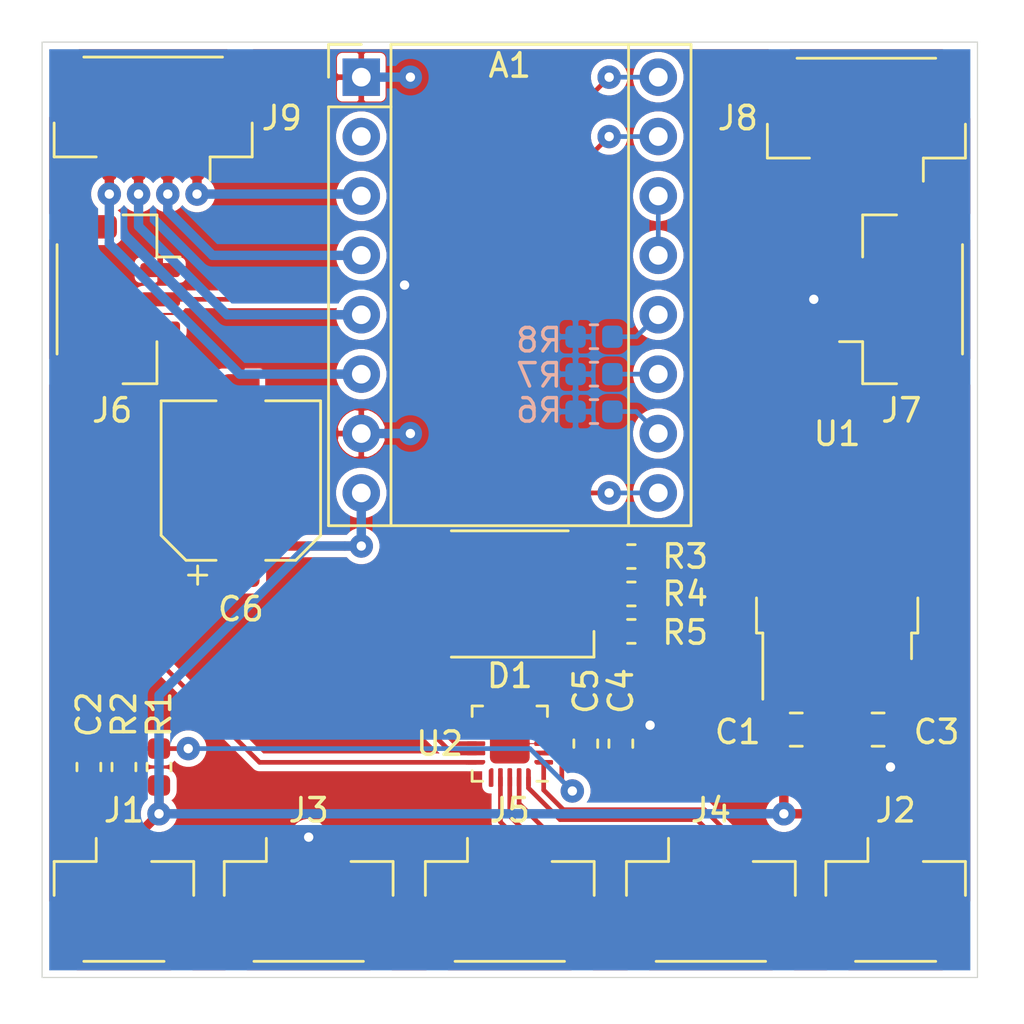
<source format=kicad_pcb>
(kicad_pcb (version 20240108) (generator "pcbnew") (generator_version "8.0")
  (layers (0 "F.Cu" signal) (31 "B.Cu" signal) (34 "B.Paste" user) (35 "F.Paste" user) (36 "B.SilkS" user "B.Silkscreen") (37 "F.SilkS" user "F.Silkscreen") (38 "B.Mask" user) (39 "F.Mask" user) (44 "Edge.Cuts" user))
  (net 0 "")
  (net 1 "/dir")
  (net 2 "+12V")
  (net 3 "/step")
  (net 4 "GND")
  (net 5 "Net-(A1-Pad13)")
  (net 6 "Net-(A1-Pad6)")
  (net 7 "Net-(A1-Pad5)")
  (net 8 "Net-(A1-Pad12)")
  (net 9 "Net-(A1-Pad4)")
  (net 10 "Net-(A1-Pad11)")
  (net 11 "Net-(A1-Pad3)")
  (net 12 "Net-(A1-Pad10)")
  (net 13 "Net-(A1-Pad2)")
  (net 14 "/enable")
  (net 15 "/volt_mon")
  (net 16 "+5V")
  (net 17 "/LED_R")
  (net 18 "/LED_G")
  (net 19 "/LED_B")
  (net 20 "Net-(D1-Pad3)")
  (net 21 "Net-(D1-Pad2)")
  (net 22 "Net-(D1-Pad1)")
  (net 23 "/UPDI")
  (net 24 "/RX")
  (net 25 "/TX")
  (net 26 "/SW")
  (net 27 "/LED")
  (net 28 "/left_hall")
  (net 29 "/right_hall")
  (net 30 "/enc_a")
  (net 31 "/enc_b")
  (net 32 "Net-(U2-Pad16)")
  (net 33 "Net-(U2-Pad11)")
  (footprint "Connector_JST:JST_GH_SM04B-GHS-TB_1x04-1MP_P1.25mm_Horizontal" (layer "F.Cu") (at 165.25 83.25 180)
    (property "Reference" "J8" (at 5.5 0 0) (layer "F.SilkS"))
    (property "Value" "encoder")
    (fp_line (start 4.235 -0.26) (end 4.235 -1.71) (stroke (width 0.12)) (layer "F.SilkS"))
    (fp_line (start 4.235 -1.71) (end 2.435 -1.71) (stroke (width 0.12)) (layer "F.SilkS"))
    (fp_line (start -2.435 -1.71) (end -2.435 -2.7) (stroke (width 0.12)) (layer "F.SilkS"))
    (fp_line (start -2.965 2.56) (end 2.965 2.56) (stroke (width 0.12)) (layer "F.SilkS"))
    (fp_line (start -4.235 -0.26) (end -4.235 -1.71) (stroke (width 0.12)) (layer "F.SilkS"))
    (fp_line (start -4.235 -1.71) (end -2.435 -1.71) (stroke (width 0.12)) (layer "F.SilkS"))
    (pad "1" smd roundrect (at -1.875 -1.85 180) (size 0.6 1.7) (layers "F.Cu" "F.Paste" "F.Mask") (net 4 "GND"))
    (pad "2" smd roundrect (at -0.625 -1.85 180) (size 0.6 1.7) (layers "F.Cu" "F.Paste" "F.Mask") (net 16 "+5V"))
    (pad "3" smd roundrect (at 0.625 -1.85 180) (size 0.6 1.7) (layers "F.Cu" "F.Paste" "F.Mask") (net 31 "/enc_b"))
    (pad "4" smd roundrect (at 1.875 -1.85 180) (size 0.6 1.7) (layers "F.Cu" "F.Paste" "F.Mask") (net 30 "/enc_a"))
    (pad "MP" smd roundrect (at -3.725 1.35 180) (size 1 2.7) (layers "F.Cu" "F.Paste" "F.Mask"))
    (pad "MP" smd roundrect (at 3.725 1.35 180) (size 1 2.7) (layers "F.Cu" "F.Paste" "F.Mask"))
  )
  (footprint "Package_DFN_QFN:VQFN-20-1EP_3x3mm_P0.4mm_EP1.7x1.7mm" (layer "F.Cu") (at 150 110 180)
    (property "Reference" "U2" (at 3 0 0) (layer "F.SilkS"))
    (property "Value" "ATtiny1616-M")
    (fp_line (start 1.61 1.61) (end 1.61 1.16) (stroke (width 0.12)) (layer "F.SilkS"))
    (fp_line (start 1.61 -1.61) (end 1.61 -1.16) (stroke (width 0.12)) (layer "F.SilkS"))
    (fp_line (start 1.16 1.61) (end 1.61 1.61) (stroke (width 0.12)) (layer "F.SilkS"))
    (fp_line (start 1.16 -1.61) (end 1.61 -1.61) (stroke (width 0.12)) (layer "F.SilkS"))
    (fp_line (start -1.16 1.61) (end -1.61 1.61) (stroke (width 0.12)) (layer "F.SilkS"))
    (fp_line (start -1.16 -1.61) (end -1.61 -1.61) (stroke (width 0.12)) (layer "F.SilkS"))
    (fp_line (start -1.61 1.61) (end -1.61 1.16) (stroke (width 0.12)) (layer "F.SilkS"))
    (pad "1" smd custom (at -1.45 -0.8 180) (size 0.143431 0.143431) (layers "F.Cu" "F.Paste" "F.Mask") (net 24 "/RX") (options (clearance outline) (anchor circle)) (primitives (gr_poly (pts (xy 0.35 0.000711) (xy 0.35 0.05) (xy -0.35 0.05) (xy -0.35 -0.05) (xy 0.299289 -0.05)) (width 0.1) (fill yes))))
    (pad "2" smd roundrect (at -1.45 -0.4 180) (size 0.8 0.2) (layers "F.Cu" "F.Paste" "F.Mask") (net 15 "/volt_mon"))
    (pad "3" smd roundrect (at -1.45 0 180) (size 0.8 0.2) (layers "F.Cu" "F.Paste" "F.Mask") (net 4 "GND"))
    (pad "4" smd roundrect (at -1.45 0.4 180) (size 0.8 0.2) (layers "F.Cu" "F.Paste" "F.Mask") (net 16 "+5V"))
    (pad "5" smd custom (at -1.45 0.8 180) (size 0.143431 0.143431) (layers "F.Cu" "F.Paste" "F.Mask") (net 29 "/right_hall") (options (clearance outline) (anchor circle)) (primitives (gr_poly (pts (xy 0.35 -0.000711) (xy 0.299289 0.05) (xy -0.35 0.05) (xy -0.35 -0.05) (xy 0.35 -0.05)) (width 0.1) (fill yes))))
    (pad "6" smd custom (at -0.8 1.45 180) (size 0.143431 0.143431) (layers "F.Cu" "F.Paste" "F.Mask") (net 31 "/enc_b") (options (clearance outline) (anchor circle)) (primitives (gr_poly (pts (xy 0.05 0.35) (xy -0.05 0.35) (xy -0.05 -0.299289) (xy 0.000711 -0.35) (xy 0.05 -0.35)) (width 0.1) (fill yes))))
    (pad "7" smd roundrect (at -0.4 1.45 180) (size 0.2 0.8) (layers "F.Cu" "F.Paste" "F.Mask") (net 30 "/enc_a"))
    (pad "8" smd roundrect (at 0 1.45 180) (size 0.2 0.8) (layers "F.Cu" "F.Paste" "F.Mask") (net 14 "/enable"))
    (pad "9" smd roundrect (at 0.4 1.45 180) (size 0.2 0.8) (layers "F.Cu" "F.Paste" "F.Mask") (net 3 "/step"))
    (pad "10" smd custom (at 0.8 1.45 180) (size 0.143431 0.143431) (layers "F.Cu" "F.Paste" "F.Mask") (net 1 "/dir") (options (clearance outline) (anchor circle)) (primitives (gr_poly (pts (xy 0.05 -0.299289) (xy 0.05 0.35) (xy -0.05 0.35) (xy -0.05 -0.35) (xy -0.000711 -0.35)) (width 0.1) (fill yes))))
    (pad "11" smd custom (at 1.45 0.8 180) (size 0.143431 0.143431) (layers "F.Cu" "F.Paste" "F.Mask") (net 33 "Net-(U2-Pad11)") (options (clearance outline) (anchor circle)) (primitives (gr_poly (pts (xy 0.35 0.05) (xy -0.299289 0.05) (xy -0.35 -0.000711) (xy -0.35 -0.05) (xy 0.35 -0.05)) (width 0.1) (fill yes))))
    (pad "12" smd roundrect (at 1.45 0.4 180) (size 0.8 0.2) (layers "F.Cu" "F.Paste" "F.Mask") (net 17 "/LED_R"))
    (pad "13" smd roundrect (at 1.45 0 180) (size 0.8 0.2) (layers "F.Cu" "F.Paste" "F.Mask") (net 18 "/LED_G"))
    (pad "14" smd roundrect (at 1.45 -0.4 180) (size 0.8 0.2) (layers "F.Cu" "F.Paste" "F.Mask") (net 19 "/LED_B"))
    (pad "15" smd custom (at 1.45 -0.8 180) (size 0.143431 0.143431) (layers "F.Cu" "F.Paste" "F.Mask") (net 28 "/left_hall") (options (clearance outline) (anchor circle)) (primitives (gr_poly (pts (xy 0.35 0.05) (xy -0.35 0.05) (xy -0.35 0.000711) (xy -0.299289 -0.05) (xy 0.35 -0.05)) (width 0.1) (fill yes))))
    (pad "16" smd custom (at 0.8 -1.45 180) (size 0.143431 0.143431) (layers "F.Cu" "F.Paste" "F.Mask") (net 32 "Net-(U2-Pad16)") (options (clearance outline) (anchor circle)) (primitives (gr_poly (pts (xy 0.05 0.299289) (xy -0.000711 0.35) (xy -0.05 0.35) (xy -0.05 -0.35) (xy 0.05 -0.35)) (width 0.1) (fill yes))))
    (pad "17" smd roundrect (at 0.4 -1.45 180) (size 0.2 0.8) (layers "F.Cu" "F.Paste" "F.Mask") (net 27 "/LED"))
    (pad "18" smd roundrect (at 0 -1.45 180) (size 0.2 0.8) (layers "F.Cu" "F.Paste" "F.Mask") (net 26 "/SW"))
    (pad "19" smd roundrect (at -0.4 -1.45 180) (size 0.2 0.8) (layers "F.Cu" "F.Paste" "F.Mask") (net 23 "/UPDI"))
    (pad "20" smd custom (at -0.8 -1.45 180) (size 0.143431 0.143431) (layers "F.Cu" "F.Paste" "F.Mask") (net 25 "/TX") (options (clearance outline) (anchor circle)) (primitives (gr_poly (pts (xy 0.05 0.35) (xy 0.000711 0.35) (xy -0.05 0.299289) (xy -0.05 -0.35) (xy 0.05 -0.35)) (width 0.1) (fill yes))))
    (pad "21" smd roundrect (at 0 0 180) (size 1.7 1.7) (layers "F.Cu" "F.Mask") (roundrect_rratio 0.147059) (net 4 "GND"))
  )
  (footprint "Package_TO_SOT_SMD:TO-252-2" (layer "F.Cu") (at 164 102.8 90)
    (property "Reference" "U1" (at 6.05 0 180) (layer "F.SilkS"))
    (property "Value" "L7805")
    (fp_line (start -0.97 -3.45) (end -2.47 -3.45) (stroke (width 0.12)) (layer "F.SilkS"))
    (fp_line (start -2.47 -3.45) (end -2.47 -3.18) (stroke (width 0.12)) (layer "F.SilkS"))
    (fp_line (start -2.47 -3.18) (end -5.3 -3.18) (stroke (width 0.12)) (layer "F.SilkS"))
    (fp_line (start -2.47 3.18) (end -3.57 3.18) (stroke (width 0.12)) (layer "F.SilkS"))
    (fp_line (start -0.97 3.45) (end -2.47 3.45) (stroke (width 0.12)) (layer "F.SilkS"))
    (fp_line (start -2.47 3.45) (end -2.47 3.18) (stroke (width 0.12)) (layer "F.SilkS"))
    (pad "1" smd rect (at -4.2 -2.28 90) (size 2.2 1.2) (layers "F.Cu" "F.Paste" "F.Mask") (net 2 "+12V"))
    (pad "2" smd rect (at 2.1 0 90) (size 6.4 5.8) (layers "F.Cu" "F.Mask") (net 4 "GND"))
    (pad "3" smd rect (at -4.2 2.28 90) (size 2.2 1.2) (layers "F.Cu" "F.Paste" "F.Mask") (net 16 "+5V"))
  )
  (footprint "Resistor_SMD:R_0603_1608Metric" (layer "F.Cu") (at 155.2 105.2 180)
    (property "Reference" "R5" (at -2.3 -0.05 0) (layer "F.SilkS"))
    (property "Value" "150")
    (fp_line (start -0.162779 0.51) (end 0.162779 0.51) (stroke (width 0.12)) (layer "F.SilkS"))
    (fp_line (start -0.162779 -0.51) (end 0.162779 -0.51) (stroke (width 0.12)) (layer "F.SilkS"))
    (pad "1" smd roundrect (at -0.7875 0 180) (size 0.875 0.95) (layers "F.Cu" "F.Paste" "F.Mask") (net 4 "GND"))
    (pad "2" smd roundrect (at 0.7875 0 180) (size 0.875 0.95) (layers "F.Cu" "F.Paste" "F.Mask") (net 22 "Net-(D1-Pad1)"))
  )
  (footprint "Resistor_SMD:R_0603_1608Metric" (layer "F.Cu") (at 155.2 102 180)
    (property "Reference" "R3" (at -2.3 0 0) (layer "F.SilkS"))
    (property "Value" "150")
    (fp_line (start -0.162779 0.51) (end 0.162779 0.51) (stroke (width 0.12)) (layer "F.SilkS"))
    (fp_line (start -0.162779 -0.51) (end 0.162779 -0.51) (stroke (width 0.12)) (layer "F.SilkS"))
    (pad "1" smd roundrect (at -0.7875 0 180) (size 0.875 0.95) (layers "F.Cu" "F.Paste" "F.Mask") (net 4 "GND"))
    (pad "2" smd roundrect (at 0.7875 0 180) (size 0.875 0.95) (layers "F.Cu" "F.Paste" "F.Mask") (net 20 "Net-(D1-Pad3)"))
  )
  (footprint "Resistor_SMD:R_0603_1608Metric" (layer "F.Cu") (at 135 111 90)
    (property "Reference" "R1" (at 2.25 0 90) (layer "F.SilkS"))
    (property "Value" "36k")
    (fp_line (start -0.162779 -0.51) (end 0.162779 -0.51) (stroke (width 0.12)) (layer "F.SilkS"))
    (fp_line (start -0.162779 0.51) (end 0.162779 0.51) (stroke (width 0.12)) (layer "F.SilkS"))
    (pad "1" smd roundrect (at -0.7875 0 90) (size 0.875 0.95) (layers "F.Cu" "F.Paste" "F.Mask") (net 2 "+12V"))
    (pad "2" smd roundrect (at 0.7875 0 90) (size 0.875 0.95) (layers "F.Cu" "F.Paste" "F.Mask") (net 15 "/volt_mon"))
  )
  (footprint "Connector_JST:JST_GH_SM03B-GHS-TB_1x03-1MP_P1.25mm_Horizontal" (layer "F.Cu") (at 158.6 116.75)
    (property "Reference" "J4" (at 0 -3.9 0) (layer "F.SilkS"))
    (property "Value" "UART")
    (fp_line (start -3.61 -1.71) (end -1.81 -1.71) (stroke (width 0.12)) (layer "F.SilkS"))
    (fp_line (start -3.61 -0.26) (end -3.61 -1.71) (stroke (width 0.12)) (layer "F.SilkS"))
    (fp_line (start -2.34 2.56) (end 2.34 2.56) (stroke (width 0.12)) (layer "F.SilkS"))
    (fp_line (start -1.81 -1.71) (end -1.81 -2.7) (stroke (width 0.12)) (layer "F.SilkS"))
    (fp_line (start 3.61 -1.71) (end 1.81 -1.71) (stroke (width 0.12)) (layer "F.SilkS"))
    (fp_line (start 3.61 -0.26) (end 3.61 -1.71) (stroke (width 0.12)) (layer "F.SilkS"))
    (pad "1" smd roundrect (at -1.25 -1.85) (size 0.6 1.7) (layers "F.Cu" "F.Paste" "F.Mask") (net 4 "GND"))
    (pad "2" smd roundrect (at 0 -1.85) (size 0.6 1.7) (layers "F.Cu" "F.Paste" "F.Mask") (net 25 "/TX"))
    (pad "3" smd roundrect (at 1.25 -1.85) (size 0.6 1.7) (layers "F.Cu" "F.Paste" "F.Mask") (net 24 "/RX"))
    (pad "MP" smd roundrect (at -3.1 1.35) (size 1 2.7) (layers "F.Cu" "F.Paste" "F.Mask"))
    (pad "MP" smd roundrect (at 3.1 1.35) (size 1 2.7) (layers "F.Cu" "F.Paste" "F.Mask"))
  )
  (footprint "Connector_JST:JST_GH_SM03B-GHS-TB_1x03-1MP_P1.25mm_Horizontal" (layer "F.Cu") (at 141.4 116.75)
    (property "Reference" "J3" (at 0 -3.9 0) (layer "F.SilkS"))
    (property "Value" "UPDI")
    (fp_line (start -3.61 -1.71) (end -1.81 -1.71) (stroke (width 0.12)) (layer "F.SilkS"))
    (fp_line (start -3.61 -0.26) (end -3.61 -1.71) (stroke (width 0.12)) (layer "F.SilkS"))
    (fp_line (start -2.34 2.56) (end 2.34 2.56) (stroke (width 0.12)) (layer "F.SilkS"))
    (fp_line (start -1.81 -1.71) (end -1.81 -2.7) (stroke (width 0.12)) (layer "F.SilkS"))
    (fp_line (start 3.61 -1.71) (end 1.81 -1.71) (stroke (width 0.12)) (layer "F.SilkS"))
    (fp_line (start 3.61 -0.26) (end 3.61 -1.71) (stroke (width 0.12)) (layer "F.SilkS"))
    (pad "1" smd roundrect (at -1.25 -1.85) (size 0.6 1.7) (layers "F.Cu" "F.Paste" "F.Mask") (net 4 "GND"))
    (pad "2" smd roundrect (at 0 -1.85) (size 0.6 1.7) (layers "F.Cu" "F.Paste" "F.Mask") (net 16 "+5V"))
    (pad "3" smd roundrect (at 1.25 -1.85) (size 0.6 1.7) (layers "F.Cu" "F.Paste" "F.Mask") (net 23 "/UPDI"))
    (pad "MP" smd roundrect (at -3.1 1.35) (size 1 2.7) (layers "F.Cu" "F.Paste" "F.Mask"))
    (pad "MP" smd roundrect (at 3.1 1.35) (size 1 2.7) (layers "F.Cu" "F.Paste" "F.Mask"))
  )
  (footprint "LED_SMD:LED_RGB_5050-6" (layer "F.Cu") (at 150 103.6 180)
    (property "Reference" "D1" (at 0 -3.5 180) (layer "F.SilkS"))
    (property "Value" "LED_RGB")
    (fp_line (start 2.5 2.7) (end -2.5 2.7) (stroke (width 0.12)) (layer "F.SilkS"))
    (fp_line (start -3.6 -1.6) (end -3.6 -2.7) (stroke (width 0.12)) (layer "F.SilkS"))
    (fp_line (start -3.6 -2.7) (end 2.5 -2.7) (stroke (width 0.12)) (layer "F.SilkS"))
    (pad "1" smd rect (at -2.4 -1.7 270) (size 1.1 2) (layers "F.Cu" "F.Paste" "F.Mask") (net 22 "Net-(D1-Pad1)"))
    (pad "2" smd rect (at -2.4 0 270) (size 1.1 2) (layers "F.Cu" "F.Paste" "F.Mask") (net 21 "Net-(D1-Pad2)"))
    (pad "3" smd rect (at -2.4 1.7 270) (size 1.1 2) (layers "F.Cu" "F.Paste" "F.Mask") (net 20 "Net-(D1-Pad3)"))
    (pad "4" smd rect (at 2.4 1.7 270) (size 1.1 2) (layers "F.Cu" "F.Paste" "F.Mask") (net 19 "/LED_B"))
    (pad "5" smd rect (at 2.4 0 270) (size 1.1 2) (layers "F.Cu" "F.Paste" "F.Mask") (net 18 "/LED_G"))
    (pad "6" smd rect (at 2.4 -1.7 270) (size 1.1 2) (layers "F.Cu" "F.Paste" "F.Mask") (net 17 "/LED_R"))
  )
  (footprint "Capacitor_SMD:CP_Elec_6.3x5.4" (layer "F.Cu") (at 138.5 98.75 90)
    (property "Reference" "C6" (at -5.5 0 180) (layer "F.SilkS"))
    (property "Value" "47u")
    (fp_line (start 3.41 -3.41) (end 3.41 -1.06) (stroke (width 0.12)) (layer "F.SilkS"))
    (fp_line (start -2.345563 -3.41) (end 3.41 -3.41) (stroke (width 0.12)) (layer "F.SilkS"))
    (fp_line (start -3.41 -2.345563) (end -2.345563 -3.41) (stroke (width 0.12)) (layer "F.SilkS"))
    (fp_line (start -3.41 -2.345563) (end -3.41 -1.06) (stroke (width 0.12)) (layer "F.SilkS"))
    (fp_line (start -4.04375 -2.24125) (end -4.04375 -1.45375) (stroke (width 0.12)) (layer "F.SilkS"))
    (fp_line (start -4.4375 -1.8475) (end -3.65 -1.8475) (stroke (width 0.12)) (layer "F.SilkS"))
    (fp_line (start -3.41 2.345563) (end -3.41 1.06) (stroke (width 0.12)) (layer "F.SilkS"))
    (fp_line (start -3.41 2.345563) (end -2.345563 3.41) (stroke (width 0.12)) (layer "F.SilkS"))
    (fp_line (start 3.41 3.41) (end 3.41 1.06) (stroke (width 0.12)) (layer "F.SilkS"))
    (fp_line (start -2.345563 3.41) (end 3.41 3.41) (stroke (width 0.12)) (layer "F.SilkS"))
    (pad "1" smd roundrect (at -2.8 0 90) (size 3.5 1.6) (layers "F.Cu" "F.Paste" "F.Mask") (roundrect_rratio 0.15625) (net 2 "+12V"))
    (pad "2" smd roundrect (at 2.8 0 90) (size 3.5 1.6) (layers "F.Cu" "F.Paste" "F.Mask") (roundrect_rratio 0.15625) (net 4 "GND"))
  )
  (footprint "Connector_JST:JST_GH_SM03B-GHS-TB_1x03-1MP_P1.25mm_Horizontal" (layer "F.Cu") (at 150 116.75)
    (property "Reference" "J5" (at 0 -3.9 0) (layer "F.SilkS"))
    (property "Value" "AVSW")
    (fp_line (start -3.61 -1.71) (end -1.81 -1.71) (stroke (width 0.12)) (layer "F.SilkS"))
    (fp_line (start -3.61 -0.26) (end -3.61 -1.71) (stroke (width 0.12)) (layer "F.SilkS"))
    (fp_line (start -2.34 2.56) (end 2.34 2.56) (stroke (width 0.12)) (layer "F.SilkS"))
    (fp_line (start -1.81 -1.71) (end -1.81 -2.7) (stroke (width 0.12)) (layer "F.SilkS"))
    (fp_line (start 3.61 -1.71) (end 1.81 -1.71) (stroke (width 0.12)) (layer "F.SilkS"))
    (fp_line (start 3.61 -0.26) (end 3.61 -1.71) (stroke (width 0.12)) (layer "F.SilkS"))
    (pad "1" smd roundrect (at -1.25 -1.85) (size 0.6 1.7) (layers "F.Cu" "F.Paste" "F.Mask") (net 4 "GND"))
    (pad "2" smd roundrect (at 0 -1.85) (size 0.6 1.7) (layers "F.Cu" "F.Paste" "F.Mask") (net 27 "/LED"))
    (pad "3" smd roundrect (at 1.25 -1.85) (size 0.6 1.7) (layers "F.Cu" "F.Paste" "F.Mask") (net 26 "/SW"))
    (pad "MP" smd roundrect (at -3.1 1.35) (size 1 2.7) (layers "F.Cu" "F.Paste" "F.Mask"))
    (pad "MP" smd roundrect (at 3.1 1.35) (size 1 2.7) (layers "F.Cu" "F.Paste" "F.Mask"))
  )
  (footprint "Capacitor_SMD:C_0805_2012Metric" (layer "F.Cu") (at 165.75 109.4 180)
    (property "Reference" "C3" (at -2.5 -0.1 0) (layer "F.SilkS"))
    (property "Value" "10u")
    (fp_line (start -0.258578 0.71) (end 0.258578 0.71) (stroke (width 0.12)) (layer "F.SilkS"))
    (fp_line (start -0.258578 -0.71) (end 0.258578 -0.71) (stroke (width 0.12)) (layer "F.SilkS"))
    (pad "1" smd roundrect (at -0.9375 0 180) (size 0.975 1.4) (layers "F.Cu" "F.Paste" "F.Mask") (net 16 "+5V"))
    (pad "2" smd roundrect (at 0.9375 0 180) (size 0.975 1.4) (layers "F.Cu" "F.Paste" "F.Mask") (net 4 "GND"))
  )
  (footprint "Module:Pololu_Breakout-16_15.2x20.3mm" (layer "F.Cu") (at 143.65 81.5)
    (property "Reference" "A1" (at 6.35 -0.5 0) (layer "F.SilkS"))
    (property "Value" "Pololu_Breakout_DRV8825")
    (fp_line (start -1.4 -1.4) (end -1.4 0) (stroke (width 0.12)) (layer "F.SilkS"))
    (fp_line (start -1.4 1.27) (end -1.4 19.18) (stroke (width 0.12)) (layer "F.SilkS"))
    (fp_line (start -1.4 19.18) (end 14.1 19.18) (stroke (width 0.12)) (layer "F.SilkS"))
    (fp_line (start 0 -1.4) (end -1.4 -1.4) (stroke (width 0.12)) (layer "F.SilkS"))
    (fp_line (start 1.27 -1.4) (end 1.27 1.27) (stroke (width 0.12)) (layer "F.SilkS"))
    (fp_line (start 1.27 1.27) (end -1.4 1.27) (stroke (width 0.12)) (layer "F.SilkS"))
    (fp_line (start 1.27 1.27) (end 1.27 19.18) (stroke (width 0.12)) (layer "F.SilkS"))
    (fp_line (start 11.43 -1.4) (end 11.43 19.18) (stroke (width 0.12)) (layer "F.SilkS"))
    (fp_line (start 14.1 -1.4) (end 1.27 -1.4) (stroke (width 0.12)) (layer "F.SilkS"))
    (fp_line (start 14.1 19.18) (end 14.1 -1.4) (stroke (width 0.12)) (layer "F.SilkS"))
    (pad "1" thru_hole rect (at 0 0) (size 1.6 1.6) (drill 0.8) (layers "*.Cu" "*.Mask") (net 4 "GND"))
    (pad "2" thru_hole oval (at 0 2.54) (size 1.6 1.6) (drill 0.8) (layers "*.Cu" "*.Mask") (net 13 "Net-(A1-Pad2)"))
    (pad "3" thru_hole oval (at 0 5.08) (size 1.6 1.6) (drill 0.8) (layers "*.Cu" "*.Mask") (net 11 "Net-(A1-Pad3)"))
    (pad "4" thru_hole oval (at 0 7.62) (size 1.6 1.6) (drill 0.8) (layers "*.Cu" "*.Mask") (net 9 "Net-(A1-Pad4)"))
    (pad "5" thru_hole oval (at 0 10.16) (size 1.6 1.6) (drill 0.8) (layers "*.Cu" "*.Mask") (net 7 "Net-(A1-Pad5)"))
    (pad "6" thru_hole oval (at 0 12.7) (size 1.6 1.6) (drill 0.8) (layers "*.Cu" "*.Mask") (net 6 "Net-(A1-Pad6)"))
    (pad "7" thru_hole oval (at 0 15.24) (size 1.6 1.6) (drill 0.8) (layers "*.Cu" "*.Mask") (net 4 "GND"))
    (pad "8" thru_hole oval (at 0 17.78) (size 1.6 1.6) (drill 0.8) (layers "*.Cu" "*.Mask") (net 2 "+12V"))
    (pad "9" thru_hole oval (at 12.7 17.78) (size 1.6 1.6) (drill 0.8) (layers "*.Cu" "*.Mask") (net 14 "/enable"))
    (pad "10" thru_hole oval (at 12.7 15.24) (size 1.6 1.6) (drill 0.8) (layers "*.Cu" "*.Mask") (net 12 "Net-(A1-Pad10)"))
    (pad "11" thru_hole oval (at 12.7 12.7) (size 1.6 1.6) (drill 0.8) (layers "*.Cu" "*.Mask") (net 10 "Net-(A1-Pad11)"))
    (pad "12" thru_hole oval (at 12.7 10.16) (size 1.6 1.6) (drill 0.8) (layers "*.Cu" "*.Mask") (net 8 "Net-(A1-Pad12)"))
    (pad "13" thru_hole oval (at 12.7 7.62) (size 1.6 1.6) (drill 0.8) (layers "*.Cu" "*.Mask") (net 5 "Net-(A1-Pad13)"))
    (pad "14" thru_hole oval (at 12.7 5.08) (size 1.6 1.6) (drill 0.8) (layers "*.Cu" "*.Mask") (net 5 "Net-(A1-Pad13)"))
    (pad "15" thru_hole oval (at 12.7 2.54) (size 1.6 1.6) (drill 0.8) (layers "*.Cu" "*.Mask") (net 3 "/step"))
    (pad "16" thru_hole oval (at 12.7 0) (size 1.6 1.6) (drill 0.8) (layers "*.Cu" "*.Mask") (net 1 "/dir"))
  )
  (footprint "Capacitor_SMD:C_0603_1608Metric" (layer "F.Cu") (at 132 111 90)
    (property "Reference" "C2" (at 2.25 0 90) (layer "F.SilkS"))
    (property "Value" "100n")
    (fp_line (start -0.162779 -0.51) (end 0.162779 -0.51) (stroke (width 0.12)) (layer "F.SilkS"))
    (fp_line (start -0.162779 0.51) (end 0.162779 0.51) (stroke (width 0.12)) (layer "F.SilkS"))
    (pad "1" smd roundrect (at -0.7875 0 90) (size 0.875 0.95) (layers "F.Cu" "F.Paste" "F.Mask") (net 4 "GND"))
    (pad "2" smd roundrect (at 0.7875 0 90) (size 0.875 0.95) (layers "F.Cu" "F.Paste" "F.Mask") (net 15 "/volt_mon"))
  )
  (footprint "Connector_JST:JST_GH_SM02B-GHS-TB_1x02-1MP_P1.25mm_Horizontal" (layer "F.Cu") (at 166.5 116.75)
    (property "Reference" "J2" (at 0 -3.9 0) (layer "F.SilkS"))
    (property "Value" "PWR_IN")
    (fp_line (start -2.985 -1.71) (end -1.185 -1.71) (stroke (width 0.12)) (layer "F.SilkS"))
    (fp_line (start -2.985 -0.26) (end -2.985 -1.71) (stroke (width 0.12)) (layer "F.SilkS"))
    (fp_line (start -1.715 2.56) (end 1.715 2.56) (stroke (width 0.12)) (layer "F.SilkS"))
    (fp_line (start -1.185 -1.71) (end -1.185 -2.7) (stroke (width 0.12)) (layer "F.SilkS"))
    (fp_line (start 2.985 -1.71) (end 1.185 -1.71) (stroke (width 0.12)) (layer "F.SilkS"))
    (fp_line (start 2.985 -0.26) (end 2.985 -1.71) (stroke (width 0.12)) (layer "F.SilkS"))
    (pad "1" smd roundrect (at -0.625 -1.85) (size 0.6 1.7) (layers "F.Cu" "F.Paste" "F.Mask") (net 4 "GND"))
    (pad "2" smd roundrect (at 0.625 -1.85) (size 0.6 1.7) (layers "F.Cu" "F.Paste" "F.Mask") (net 2 "+12V"))
    (pad "MP" smd roundrect (at -2.475 1.35) (size 1 2.7) (layers "F.Cu" "F.Paste" "F.Mask"))
    (pad "MP" smd roundrect (at 2.475 1.35) (size 1 2.7) (layers "F.Cu" "F.Paste" "F.Mask"))
  )
  (footprint "Connector_JST:JST_GH_SM03B-GHS-TB_1x03-1MP_P1.25mm_Horizontal" (layer "F.Cu") (at 133.2 91 -90)
    (property "Reference" "J6" (at 4.75 0.2 180) (layer "F.SilkS"))
    (property "Value" "left_hall")
    (fp_line (start -2.34 2.56) (end 2.34 2.56) (stroke (width 0.12)) (layer "F.SilkS"))
    (fp_line (start -3.61 -0.26) (end -3.61 -1.71) (stroke (width 0.12)) (layer "F.SilkS"))
    (fp_line (start 3.61 -0.26) (end 3.61 -1.71) (stroke (width 0.12)) (layer "F.SilkS"))
    (fp_line (start -3.61 -1.71) (end -1.81 -1.71) (stroke (width 0.12)) (layer "F.SilkS"))
    (fp_line (start -1.81 -1.71) (end -1.81 -2.7) (stroke (width 0.12)) (layer "F.SilkS"))
    (fp_line (start 3.61 -1.71) (end 1.81 -1.71) (stroke (width 0.12)) (layer "F.SilkS"))
    (pad "1" smd roundrect (at -1.25 -1.85 270) (size 0.6 1.7) (layers "F.Cu" "F.Paste" "F.Mask") (net 4 "GND"))
    (pad "2" smd roundrect (at 0 -1.85 270) (size 0.6 1.7) (layers "F.Cu" "F.Paste" "F.Mask") (net 16 "+5V"))
    (pad "3" smd roundrect (at 1.25 -1.85 270) (size 0.6 1.7) (layers "F.Cu" "F.Paste" "F.Mask") (net 28 "/left_hall"))
    (pad "MP" smd roundrect (at -3.1 1.35 270) (size 1 2.7) (layers "F.Cu" "F.Paste" "F.Mask"))
    (pad "MP" smd roundrect (at 3.1 1.35 270) (size 1 2.7) (layers "F.Cu" "F.Paste" "F.Mask"))
  )
  (footprint "Capacitor_SMD:C_0603_1608Metric" (layer "F.Cu") (at 154.75 110 -90)
    (property "Reference" "C4" (at -2.25 0 90) (layer "F.SilkS"))
    (property "Value" "1u")
    (fp_line (start -0.162779 0.51) (end 0.162779 0.51) (stroke (width 0.12)) (layer "F.SilkS"))
    (fp_line (start -0.162779 -0.51) (end 0.162779 -0.51) (stroke (width 0.12)) (layer "F.SilkS"))
    (pad "1" smd roundrect (at -0.7875 0 270) (size 0.875 0.95) (layers "F.Cu" "F.Paste" "F.Mask") (net 16 "+5V"))
    (pad "2" smd roundrect (at 0.7875 0 270) (size 0.875 0.95) (layers "F.Cu" "F.Paste" "F.Mask") (net 4 "GND"))
  )
  (footprint "Capacitor_SMD:C_0603_1608Metric" (layer "F.Cu") (at 153.25 110 -90)
    (property "Reference" "C5" (at -2.25 0 90) (layer "F.SilkS"))
    (property "Value" "100n")
    (fp_line (start -0.162779 0.51) (end 0.162779 0.51) (stroke (width 0.12)) (layer "F.SilkS"))
    (fp_line (start -0.162779 -0.51) (end 0.162779 -0.51) (stroke (width 0.12)) (layer "F.SilkS"))
    (pad "1" smd roundrect (at -0.7875 0 270) (size 0.875 0.95) (layers "F.Cu" "F.Paste" "F.Mask") (net 16 "+5V"))
    (pad "2" smd roundrect (at 0.7875 0 270) (size 0.875 0.95) (layers "F.Cu" "F.Paste" "F.Mask") (net 4 "GND"))
  )
  (footprint "Resistor_SMD:R_0603_1608Metric" (layer "F.Cu") (at 133.5 111 -90)
    (property "Reference" "R2" (at -2.25 0 90) (layer "F.SilkS"))
    (property "Value" "10k")
    (fp_line (start -0.162779 0.51) (end 0.162779 0.51) (stroke (width 0.12)) (layer "F.SilkS"))
    (fp_line (start -0.162779 -0.51) (end 0.162779 -0.51) (stroke (width 0.12)) (layer "F.SilkS"))
    (pad "1" smd roundrect (at -0.7875 0 270) (size 0.875 0.95) (layers "F.Cu" "F.Paste" "F.Mask") (net 15 "/volt_mon"))
    (pad "2" smd roundrect (at 0.7875 0 270) (size 0.875 0.95) (layers "F.Cu" "F.Paste" "F.Mask") (net 4 "GND"))
  )
  (footprint "Connector_JST:JST_GH_SM03B-GHS-TB_1x03-1MP_P1.25mm_Horizontal" (layer "F.Cu") (at 166.8 91 90)
    (property "Reference" "J7" (at -4.75 -0.05 180) (layer "F.SilkS"))
    (property "Value" "right_hall")
    (fp_line (start 3.61 -1.71) (end 1.81 -1.71) (stroke (width 0.12)) (layer "F.SilkS"))
    (fp_line (start -1.81 -1.71) (end -1.81 -2.7) (stroke (width 0.12)) (layer "F.SilkS"))
    (fp_line (start -3.61 -1.71) (end -1.81 -1.71) (stroke (width 0.12)) (layer "F.SilkS"))
    (fp_line (start 3.61 -0.26) (end 3.61 -1.71) (stroke (width 0.12)) (layer "F.SilkS"))
    (fp_line (start -3.61 -0.26) (end -3.61 -1.71) (stroke (width 0.12)) (layer "F.SilkS"))
    (fp_line (start -2.34 2.56) (end 2.34 2.56) (stroke (width 0.12)) (layer "F.SilkS"))
    (pad "1" smd roundrect (at -1.25 -1.85 90) (size 0.6 1.7) (layers "F.Cu" "F.Paste" "F.Mask") (net 4 "GND"))
    (pad "2" smd roundrect (at 0 -1.85 90) (size 0.6 1.7) (layers "F.Cu" "F.Paste" "F.Mask") (net 16 "+5V"))
    (pad "3" smd roundrect (at 1.25 -1.85 90) (size 0.6 1.7) (layers "F.Cu" "F.Paste" "F.Mask") (net 29 "/right_hall"))
    (pad "MP" smd roundrect (at -3.1 1.35 90) (size 1 2.7) (layers "F.Cu" "F.Paste" "F.Mask"))
    (pad "MP" smd roundrect (at 3.1 1.35 90) (size 1 2.7) (layers "F.Cu" "F.Paste" "F.Mask"))
  )
  (footprint "Connector_JST:JST_GH_SM04B-GHS-TB_1x04-1MP_P1.25mm_Horizontal" (layer "F.Cu") (at 134.75 83.2 180)
    (property "Reference" "J9" (at -5.5 -0.05 0) (layer "F.SilkS"))
    (property "Value" "stepper")
    (fp_line (start 4.235 -0.26) (end 4.235 -1.71) (stroke (width 0.12)) (layer "F.SilkS"))
    (fp_line (start 4.235 -1.71) (end 2.435 -1.71) (stroke (width 0.12)) (layer "F.SilkS"))
    (fp_line (start -2.435 -1.71) (end -2.435 -2.7) (stroke (width 0.12)) (layer "F.SilkS"))
    (fp_line (start -2.965 2.56) (end 2.965 2.56) (stroke (width 0.12)) (layer "F.SilkS"))
    (fp_line (start -4.235 -0.26) (end -4.235 -1.71) (stroke (width 0.12)) (layer "F.SilkS"))
    (fp_line (start -4.235 -1.71) (end -2.435 -1.71) (stroke (width 0.12)) (layer "F.SilkS"))
    (pad "1" smd roundrect (at -1.875 -1.85 180) (size 0.6 1.7) (layers "F.Cu" "F.Paste" "F.Mask") (net 11 "Net-(A1-Pad3)"))
    (pad "2" smd roundrect (at -0.625 -1.85 180) (size 0.6 1.7) (layers "F.Cu" "F.Paste" "F.Mask") (net 9 "Net-(A1-Pad4)"))
    (pad "3" smd roundrect (at 0.625 -1.85 180) (size 0.6 1.7) (layers "F.Cu" "F.Paste" "F.Mask") (net 7 "Net-(A1-Pad5)"))
    (pad "4" smd roundrect (at 1.875 -1.85 180) (size 0.6 1.7) (layers "F.Cu" "F.Paste" "F.Mask") (net 6 "Net-(A1-Pad6)"))
    (pad "MP" smd roundrect (at -3.725 1.35 180) (size 1 2.7) (layers "F.Cu" "F.Paste" "F.Mask"))
    (pad "MP" smd roundrect (at 3.725 1.35 180) (size 1 2.7) (layers "F.Cu" "F.Paste" "F.Mask"))
  )
  (footprint "Capacitor_SMD:C_0805_2012Metric" (layer "F.Cu") (at 162.25 109.4 180)
    (property "Reference" "C1" (at 2.5 -0.1 0) (layer "F.SilkS"))
    (property "Value" "10u")
    (fp_line (start -0.258578 0.71) (end 0.258578 0.71) (stroke (width 0.12)) (layer "F.SilkS"))
    (fp_line (start -0.258578 -0.71) (end 0.258578 -0.71) (stroke (width 0.12)) (layer "F.SilkS"))
    (pad "1" smd roundrect (at -0.9375 0 180) (size 0.975 1.4) (layers "F.Cu" "F.Paste" "F.Mask") (net 4 "GND"))
    (pad "2" smd roundrect (at 0.9375 0 180) (size 0.975 1.4) (layers "F.Cu" "F.Paste" "F.Mask") (net 2 "+12V"))
  )
  (footprint "Connector_JST:JST_GH_SM02B-GHS-TB_1x02-1MP_P1.25mm_Horizontal" (layer "F.Cu") (at 133.5 116.75)
    (property "Reference" "J1" (at 0 -3.9 0) (layer "F.SilkS"))
    (property "Value" "PWR_IN")
    (fp_line (start -2.985 -1.71) (end -1.185 -1.71) (stroke (width 0.12)) (layer "F.SilkS"))
    (fp_line (start -2.985 -0.26) (end -2.985 -1.71) (stroke (width 0.12)) (layer "F.SilkS"))
    (fp_line (start -1.715 2.56) (end 1.715 2.56) (stroke (width 0.12)) (layer "F.SilkS"))
    (fp_line (start -1.185 -1.71) (end -1.185 -2.7) (stroke (width 0.12)) (layer "F.SilkS"))
    (fp_line (start 2.985 -1.71) (end 1.185 -1.71) (stroke (width 0.12)) (layer "F.SilkS"))
    (fp_line (start 2.985 -0.26) (end 2.985 -1.71) (stroke (width 0.12)) (layer "F.SilkS"))
    (pad "1" smd roundrect (at -0.625 -1.85) (size 0.6 1.7) (layers "F.Cu" "F.Paste" "F.Mask") (net 4 "GND"))
    (pad "2" smd roundrect (at 0.625 -1.85) (size 0.6 1.7) (layers "F.Cu" "F.Paste" "F.Mask") (net 2 "+12V"))
    (pad "MP" smd roundrect (at -2.475 1.35) (size 1 2.7) (layers "F.Cu" "F.Paste" "F.Mask"))
    (pad "MP" smd roundrect (at 2.475 1.35) (size 1 2.7) (layers "F.Cu" "F.Paste" "F.Mask"))
  )
  (footprint "Resistor_SMD:R_0603_1608Metric" (layer "F.Cu") (at 155.2 103.6 180)
    (property "Reference" "R4" (at -2.3 0 0) (layer "F.SilkS"))
    (property "Value" "150")
    (fp_line (start -0.162779 0.51) (end 0.162779 0.51) (stroke (width 0.12)) (layer "F.SilkS"))
    (fp_line (start -0.162779 -0.51) (end 0.162779 -0.51) (stroke (width 0.12)) (layer "F.SilkS"))
    (pad "1" smd roundrect (at -0.7875 0 180) (size 0.875 0.95) (layers "F.Cu" "F.Paste" "F.Mask") (net 4 "GND"))
    (pad "2" smd roundrect (at 0.7875 0 180) (size 0.875 0.95) (layers "F.Cu" "F.Paste" "F.Mask") (net 21 "Net-(D1-Pad2)"))
  )
  (footprint "Resistor_SMD:R_0603_1608Metric" (layer "B.Cu") (at 153.6 92.6 180)
    (property "Reference" "R8" (at 2.35 -0.15 0) (layer "B.SilkS") (effects (justify mirror)))
    (property "Value" "0")
    (fp_line (start -0.162779 0.51) (end 0.162779 0.51) (stroke (width 0.12)) (layer "B.SilkS"))
    (fp_line (start -0.162779 -0.51) (end 0.162779 -0.51) (stroke (width 0.12)) (layer "B.SilkS"))
    (pad "1" smd roundrect (at -0.7875 0 180) (size 0.875 0.95) (layers "B.Cu" "B.Paste" "B.Mask") (net 8 "Net-(A1-Pad12)"))
    (pad "2" smd roundrect (at 0.7875 0 180) (size 0.875 0.95) (layers "B.Cu" "B.Paste" "B.Mask") (net 16 "+5V"))
  )
  (footprint "Resistor_SMD:R_0603_1608Metric" (layer "B.Cu") (at 153.6 94.2 180)
    (property "Reference" "R7" (at 2.35 -0.05 0) (layer "B.SilkS") (effects (justify mirror)))
    (property "Value" "0")
    (fp_line (start -0.162779 0.51) (end 0.162779 0.51) (stroke (width 0.12)) (layer "B.SilkS"))
    (fp_line (start -0.162779 -0.51) (end 0.162779 -0.51) (stroke (width 0.12)) (layer "B.SilkS"))
    (pad "1" smd roundrect (at -0.7875 0 180) (size 0.875 0.95) (layers "B.Cu" "B.Paste" "B.Mask") (net 10 "Net-(A1-Pad11)"))
    (pad "2" smd roundrect (at 0.7875 0 180) (size 0.875 0.95) (layers "B.Cu" "B.Paste" "B.Mask") (net 16 "+5V"))
  )
  (footprint "Resistor_SMD:R_0603_1608Metric" (layer "B.Cu") (at 153.6 95.8 180)
    (property "Reference" "R6" (at 2.35 0.05 0) (layer "B.SilkS") (effects (justify mirror)))
    (property "Value" "0")
    (fp_line (start -0.162779 0.51) (end 0.162779 0.51) (stroke (width 0.12)) (layer "B.SilkS"))
    (fp_line (start -0.162779 -0.51) (end 0.162779 -0.51) (stroke (width 0.12)) (layer "B.SilkS"))
    (pad "1" smd roundrect (at -0.7875 0 180) (size 0.875 0.95) (layers "B.Cu" "B.Paste" "B.Mask") (net 12 "Net-(A1-Pad10)"))
    (pad "2" smd roundrect (at 0.7875 0 180) (size 0.875 0.95) (layers "B.Cu" "B.Paste" "B.Mask") (net 16 "+5V"))
  )
  (gr_line (start 170 120) (end 130 120) (stroke (width 0.05)) (layer "Edge.Cuts"))
  (gr_line (start 130 120) (end 130 80) (stroke (width 0.05)) (layer "Edge.Cuts"))
  (gr_line (start 170 80) (end 170 120) (stroke (width 0.05)) (layer "Edge.Cuts"))
  (gr_line (start 130 80) (end 170 80) (stroke (width 0.05)) (layer "Edge.Cuts"))
  (segment (start 149.2 108.55) (end 149.2 86.55) (width 0.2) (layer "F.Cu") (net 1))
  (segment (start 149.2 86.55) (end 154.25 81.5) (width 0.2) (layer "F.Cu") (net 1))
  (via (at 154.25 81.5) (size 1) (drill 0.4) (layers "F.Cu" "B.Cu") (net 1))
  (segment (start 156.35 81.5) (end 154.25 81.5) (width 0.2) (layer "B.Cu") (net 1))
  (segment (start 134.125 113.875) (end 135 113) (width 0.4) (layer "F.Cu") (net 2))
  (segment (start 161.72 107) (end 161.72 110.07) (width 0.4) (layer "F.Cu") (net 2))
  (segment (start 143.65 101.55) (end 138.5 101.55) (width 0.4) (layer "F.Cu") (net 2))
  (segment (start 161.72 109.4) (end 161.3125 109.4) (width 0.4) (layer "F.Cu") (net 2))
  (segment (start 134.125 114.9) (end 134.125 113.875) (width 0.4) (layer "F.Cu") (net 2))
  (segment (start 161.72 110.07) (end 161.72 113) (width 0.4) (layer "F.Cu") (net 2))
  (segment (start 135 113) (end 135 111.7875) (width 0.4) (layer "F.Cu") (net 2))
  (segment (start 167.125 114.05) (end 167.125 114.9) (width 0.4) (layer "F.Cu") (net 2))
  (segment (start 161.72 113) (end 166.075 113) (width 0.4) (layer "F.Cu") (net 2))
  (segment (start 166.075 113) (end 167.125 114.05) (width 0.4) (layer "F.Cu") (net 2))
  (via (at 161.72 113) (size 1) (drill 0.4) (layers "F.Cu" "B.Cu") (net 2))
  (via (at 135 113) (size 1) (drill 0.4) (layers "F.Cu" "B.Cu") (net 2))
  (via (at 143.65 101.55) (size 1) (drill 0.4) (layers "F.Cu" "B.Cu") (net 2))
  (segment (start 143.65 101.55) (end 143.65 101.55) (width 0.4) (layer "B.Cu") (net 2))
  (segment (start 135 107.93) (end 141.38 101.55) (width 0.4) (layer "B.Cu") (net 2))
  (segment (start 135 113) (end 135 107.93) (width 0.4) (layer "B.Cu") (net 2))
  (segment (start 141.38 101.55) (end 142.942894 101.55) (width 0.4) (layer "B.Cu") (net 2))
  (segment (start 143.65 99.28) (end 143.65 101.55) (width 0.4) (layer "B.Cu") (net 2))
  (segment (start 142.942894 101.55) (end 143.65 101.55) (width 0.4) (layer "B.Cu") (net 2))
  (segment (start 161.72 113) (end 135 113) (width 0.4) (layer "B.Cu") (net 2))
  (segment (start 149.6 88.69) (end 154.25 84.04) (width 0.2) (layer "F.Cu") (net 3))
  (segment (start 149.6 108.55) (end 149.6 88.69) (width 0.2) (layer "F.Cu") (net 3))
  (via (at 154.25 84.04) (size 1) (drill 0.4) (layers "F.Cu" "B.Cu") (net 3))
  (segment (start 156.35 84.04) (end 154.25 84.04) (width 0.2) (layer "B.Cu") (net 3))
  (via (at 145.75 96.74) (size 1) (drill 0.4) (layers "F.Cu" "B.Cu") (net 4))
  (via (at 145.75 81.5) (size 1) (drill 0.4) (layers "F.Cu" "B.Cu") (net 4))
  (segment (start 145.75 81.5) (end 143.65 81.5) (width 0.4) (layer "B.Cu") (net 4))
  (segment (start 145.75 96.74) (end 143.65 96.74) (width 0.4) (layer "B.Cu") (net 4))
  (segment (start 156.35 86.58) (end 156.35 87.71137) (width 0.2) (layer "B.Cu") (net 5))
  (segment (start 156.35 87.71137) (end 156.35 89.12) (width 0.2) (layer "B.Cu") (net 5))
  (segment (start 132.875 85.05) (end 132.875 86.5) (width 0.4) (layer "F.Cu") (net 6))
  (via (at 132.875 86.5) (size 1) (drill 0.4) (layers "F.Cu" "B.Cu") (net 6))
  (segment (start 138.45 94.2) (end 142.51863 94.2) (width 0.4) (layer "B.Cu") (net 6))
  (segment (start 142.51863 94.2) (end 143.65 94.2) (width 0.4) (layer "B.Cu") (net 6))
  (segment (start 132.875 86.5) (end 132.875 88.625) (width 0.4) (layer "B.Cu") (net 6))
  (segment (start 132.875 88.625) (end 138.45 94.2) (width 0.4) (layer "B.Cu") (net 6))
  (segment (start 134.125 85.05) (end 134.125 86.5) (width 0.4) (layer "F.Cu") (net 7))
  (via (at 134.125 86.5) (size 1) (drill 0.4) (layers "F.Cu" "B.Cu") (net 7))
  (segment (start 142.51863 91.66) (end 143.65 91.66) (width 0.4) (layer "B.Cu") (net 7))
  (segment (start 134.125 87.875) (end 137.91 91.66) (width 0.4) (layer "B.Cu") (net 7))
  (segment (start 137.91 91.66) (end 142.51863 91.66) (width 0.4) (layer "B.Cu") (net 7))
  (segment (start 134.125 86.5) (end 134.125 87.875) (width 0.4) (layer "B.Cu") (net 7))
  (segment (start 155.41 92.6) (end 156.35 91.66) (width 0.2) (layer "B.Cu") (net 8))
  (segment (start 154.3875 92.6) (end 155.41 92.6) (width 0.2) (layer "B.Cu") (net 8))
  (segment (start 135.375 85.05) (end 135.375 86.5) (width 0.4) (layer "F.Cu") (net 9))
  (via (at 135.375 86.5) (size 1) (drill 0.4) (layers "F.Cu" "B.Cu") (net 9))
  (segment (start 135.375 87.207106) (end 137.287894 89.12) (width 0.4) (layer "B.Cu") (net 9))
  (segment (start 135.375 86.5) (end 135.375 87.207106) (width 0.4) (layer "B.Cu") (net 9))
  (segment (start 137.287894 89.12) (end 142.51863 89.12) (width 0.4) (layer "B.Cu") (net 9))
  (segment (start 142.51863 89.12) (end 143.65 89.12) (width 0.4) (layer "B.Cu") (net 9))
  (segment (start 154.3875 94.2) (end 156.35 94.2) (width 0.2) (layer "B.Cu") (net 10))
  (segment (start 136.625 85.05) (end 136.625 86.5) (width 0.4) (layer "F.Cu") (net 11))
  (via (at 136.625 86.5) (size 1) (drill 0.4) (layers "F.Cu" "B.Cu") (net 11))
  (segment (start 143.57 86.5) (end 143.65 86.58) (width 0.4) (layer "B.Cu") (net 11))
  (segment (start 136.625 86.5) (end 143.57 86.5) (width 0.4) (layer "B.Cu") (net 11))
  (segment (start 155.41 95.8) (end 156.35 96.74) (width 0.2) (layer "B.Cu") (net 12))
  (segment (start 154.3875 95.8) (end 155.41 95.8) (width 0.2) (layer "B.Cu") (net 12))
  (segment (start 150 102.209998) (end 152.929998 99.28) (width 0.2) (layer "F.Cu") (net 14))
  (segment (start 153.542894 99.28) (end 154.25 99.28) (width 0.2) (layer "F.Cu") (net 14))
  (segment (start 150 108.55) (end 150 102.209998) (width 0.2) (layer "F.Cu") (net 14))
  (segment (start 152.929998 99.28) (end 153.542894 99.28) (width 0.2) (layer "F.Cu") (net 14))
  (via (at 154.25 99.28) (size 1) (drill 0.4) (layers "F.Cu" "B.Cu") (net 14))
  (segment (start 156.35 99.28) (end 154.25 99.28) (width 0.2) (layer "B.Cu") (net 14))
  (segment (start 152.225 110.575) (end 152.225 111.575) (width 0.2) (layer "F.Cu") (net 15))
  (segment (start 135 110.2125) (end 136.25 110.2125) (width 0.2) (layer "F.Cu") (net 15))
  (segment (start 132 110.2125) (end 135 110.2125) (width 0.2) (layer "F.Cu") (net 15))
  (segment (start 152.05 110.4) (end 152.225 110.575) (width 0.2) (layer "F.Cu") (net 15))
  (segment (start 151.45 110.4) (end 152.05 110.4) (width 0.2) (layer "F.Cu") (net 15))
  (segment (start 152.225 111.575) (end 152.675 112.025) (width 0.2) (layer "F.Cu") (net 15))
  (via (at 152.675 112.025) (size 1) (drill 0.4) (layers "F.Cu" "B.Cu") (net 15))
  (via (at 136.25 110.2125) (size 1) (drill 0.4) (layers "F.Cu" "B.Cu") (net 15))
  (segment (start 136.25 110.2125) (end 150.8625 110.2125) (width 0.2) (layer "B.Cu") (net 15))
  (segment (start 150.8625 110.2125) (end 152.675 112.025) (width 0.2) (layer "B.Cu") (net 15))
  (segment (start 141.4 114) (end 141.4 114.9) (width 0.2) (layer "F.Cu") (net 16))
  (segment (start 142.5 91) (end 135.05 91) (width 0.2) (layer "F.Cu") (net 16))
  (segment (start 143.11 90.39) (end 142.5 91) (width 0.2) (layer "F.Cu") (net 16))
  (segment (start 152.5375 109.2125) (end 152.15 109.6) (width 0.2) (layer "F.Cu") (net 16))
  (segment (start 165.875 88.875) (end 165.875 85.1) (width 0.2) (layer "F.Cu") (net 16))
  (segment (start 152.15 109.6) (end 151.45 109.6) (width 0.2) (layer "F.Cu") (net 16))
  (segment (start 166.6875 109.4) (end 166.28 109.4) (width 0.4) (layer "F.Cu") (net 16))
  (segment (start 166.175 89.175) (end 165.875 88.875) (width 0.2) (layer "F.Cu") (net 16))
  (segment (start 166.28 107) (end 166.28 108.5) (width 0.4) (layer "F.Cu") (net 16))
  (segment (start 154.75 109.2125) (end 153.25 109.2125) (width 0.2) (layer "F.Cu") (net 16))
  (segment (start 165.5 91) (end 166.175 90.325) (width 0.2) (layer "F.Cu") (net 16))
  (segment (start 145.5 90.39) (end 143.11 90.39) (width 0.2) (layer "F.Cu") (net 16))
  (segment (start 153.25 109.2125) (end 152.5375 109.2125) (width 0.2) (layer "F.Cu") (net 16))
  (segment (start 166.175 90.325) (end 166.175 89.175) (width 0.2) (layer "F.Cu") (net 16))
  (segment (start 166.28 108.5) (end 166.28 111) (width 0.4) (layer "F.Cu") (net 16))
  (segment (start 164.95 91) (end 165.5 91) (width 0.2) (layer "F.Cu") (net 16))
  (segment (start 156 109.2125) (end 154.75 109.2125) (width 0.2) (layer "F.Cu") (net 16))
  (segment (start 164.95 91) (end 163 91) (width 0.2) (layer "F.Cu") (net 16))
  (via (at 145.5 90.39) (size 1) (drill 0.4) (layers "F.Cu" "B.Cu") (net 16))
  (via (at 163 91) (size 1) (drill 0.4) (layers "F.Cu" "B.Cu") (net 16))
  (via (at 156 109.2125) (size 1) (drill 0.4) (layers "F.Cu" "B.Cu") (net 16))
  (via (at 141.4 114) (size 1) (drill 0.4) (layers "F.Cu" "B.Cu") (net 16))
  (via (at 166.28 111) (size 1) (drill 0.4) (layers "F.Cu" "B.Cu") (net 16))
  (segment (start 147.85 109.6) (end 147.6 109.35) (width 0.2) (layer "F.Cu") (net 17))
  (segment (start 148.55 109.6) (end 147.85 109.6) (width 0.2) (layer "F.Cu") (net 17))
  (segment (start 147.6 109.35) (end 147.6 105.3) (width 0.2) (layer "F.Cu") (net 17))
  (segment (start 146.25 108.565698) (end 146.25 103.75) (width 0.2) (layer "F.Cu") (net 18))
  (segment (start 147.684302 110) (end 146.25 108.565698) (width 0.2) (layer "F.Cu") (net 18))
  (segment (start 148.55 110) (end 147.684302 110) (width 0.2) (layer "F.Cu") (net 18))
  (segment (start 146.25 103.75) (end 146.4 103.6) (width 0.2) (layer "F.Cu") (net 18))
  (segment (start 146.4 103.6) (end 147.6 103.6) (width 0.2) (layer "F.Cu") (net 18))
  (segment (start 147.518604 110.4) (end 145.84999 108.731387) (width 0.2) (layer "F.Cu") (net 19))
  (segment (start 145.84999 102.45001) (end 146.4 101.9) (width 0.2) (layer "F.Cu") (net 19))
  (segment (start 145.84999 108.731387) (end 145.84999 102.45001) (width 0.2) (layer "F.Cu") (net 19))
  (segment (start 148.55 110.4) (end 147.518604 110.4) (width 0.2) (layer "F.Cu") (net 19))
  (segment (start 146.4 101.9) (end 147.6 101.9) (width 0.2) (layer "F.Cu") (net 19))
  (segment (start 154.4125 102) (end 152.5 102) (width 0.2) (layer "F.Cu") (net 20))
  (segment (start 152.5 102) (end 152.4 101.9) (width 0.2) (layer "F.Cu") (net 20))
  (segment (start 154.4125 103.6) (end 152.4 103.6) (width 0.2) (layer "F.Cu") (net 21))
  (segment (start 152.5 105.2) (end 152.4 105.3) (width 0.2) (layer "F.Cu") (net 22))
  (segment (start 154.4125 105.2) (end 152.5 105.2) (width 0.2) (layer "F.Cu") (net 22))
  (segment (start 148.30001 116.05001) (end 147.15 114.9) (width 0.2) (layer "F.Cu") (net 23))
  (segment (start 151.85001 114.013598) (end 151.85001 115.786402) (width 0.2) (layer "F.Cu") (net 23))
  (segment (start 150.4 111.45) (end 150.4 112.563588) (width 0.2) (layer "F.Cu") (net 23))
  (segment (start 147.15 114.9) (end 142.65 114.9) (width 0.2) (layer "F.Cu") (net 23))
  (segment (start 151.586402 116.05001) (end 148.30001 116.05001) (width 0.2) (layer "F.Cu") (net 23))
  (segment (start 151.85001 115.786402) (end 151.586402 116.05001) (width 0.2) (layer "F.Cu") (net 23))
  (segment (start 150.4 112.563588) (end 151.85001 114.013598) (width 0.2) (layer "F.Cu") (net 23))
  (segment (start 151.45 111.984002) (end 152.290999 112.825001) (width 0.2) (layer "F.Cu") (net 24))
  (segment (start 158.325001 112.825001) (end 159.85 114.35) (width 0.2) (layer "F.Cu") (net 24))
  (segment (start 151.45 110.8) (end 151.45 111.984002) (width 0.2) (layer "F.Cu") (net 24))
  (segment (start 152.290999 112.825001) (end 158.325001 112.825001) (width 0.2) (layer "F.Cu") (net 24))
  (segment (start 159.85 114.35) (end 159.85 114.9) (width 0.2) (layer "F.Cu") (net 24))
  (segment (start 150.8 111.8997) (end 152.1503 113.25) (width 0.2) (layer "F.Cu") (net 25))
  (segment (start 150.8 111.45) (end 150.8 111.8997) (width 0.2) (layer "F.Cu") (net 25))
  (segment (start 152.1503 113.25) (end 158 113.25) (width 0.2) (layer "F.Cu") (net 25))
  (segment (start 158.6 113.85) (end 158.6 114.9) (width 0.2) (layer "F.Cu") (net 25))
  (segment (start 158 113.25) (end 158.6 113.85) (width 0.2) (layer "F.Cu") (net 25))
  (segment (start 150 111.45) (end 150 113.1) (width 0.2) (layer "F.Cu") (net 26))
  (segment (start 150 113.1) (end 151.25 114.35) (width 0.2) (layer "F.Cu") (net 26))
  (segment (start 151.25 114.35) (end 151.25 114.9) (width 0.2) (layer "F.Cu") (net 26))
  (segment (start 150 113.75) (end 150 114.9) (width 0.2) (layer "F.Cu") (net 27))
  (segment (start 149.6 111.45) (end 149.6 113.35) (width 0.2) (layer "F.Cu") (net 27))
  (segment (start 149.6 113.35) (end 150 113.75) (width 0.2) (layer "F.Cu") (net 27))
  (segment (start 135.05 92.25) (end 135.05 106.55) (width 0.2) (layer "F.Cu") (net 28))
  (segment (start 139.3 110.8) (end 148.15 110.8) (width 0.2) (layer "F.Cu") (net 28))
  (segment (start 148.15 110.8) (end 148.55 110.8) (width 0.2) (layer "F.Cu") (net 28))
  (segment (start 135.05 106.55) (end 139.3 110.8) (width 0.2) (layer "F.Cu") (net 28))
  (segment (start 159.65001 104.323539) (end 159.65001 92.415688) (width 0.2) (layer "F.Cu") (net 29))
  (segment (start 151.75 107.40001) (end 156.573539 107.40001) (width 0.2) (layer "F.Cu") (net 29))
  (segment (start 151.45 107.70001) (end 151.75 107.40001) (width 0.2) (layer "F.Cu") (net 29))
  (segment (start 159.65001 92.415688) (end 162.315698 89.75) (width 0.2) (layer "F.Cu") (net 29))
  (segment (start 151.45 109.2) (end 151.45 107.70001) (width 0.2) (layer "F.Cu") (net 29))
  (segment (start 162.315698 89.75) (end 164.95 89.75) (width 0.2) (layer "F.Cu") (net 29))
  (segment (start 156.573539 107.40001) (end 159.65001 104.323539) (width 0.2) (layer "F.Cu") (net 29))
  (segment (start 151.009311 106.59999) (end 150.4 107.209301) (width 0.2) (layer "F.Cu") (net 30))
  (segment (start 150.4 107.209301) (end 150.4 108.15) (width 0.2) (layer "F.Cu") (net 30))
  (segment (start 150.4 108.15) (end 150.4 108.55) (width 0.2) (layer "F.Cu") (net 30))
  (segment (start 163.375 87.559302) (end 158.84999 92.084311) (width 0.2) (layer "F.Cu") (net 30))
  (segment (start 158.84999 92.084311) (end 158.84999 103.992162) (width 0.2) (layer "F.Cu") (net 30))
  (segment (start 163.375 85.1) (end 163.375 87.559302) (width 0.2) (layer "F.Cu") (net 30))
  (segment (start 156.242162 106.59999) (end 151.009311 106.59999) (width 0.2) (layer "F.Cu") (net 30))
  (segment (start 158.84999 103.992162) (end 156.242162 106.59999) (width 0.2) (layer "F.Cu") (net 30))
  (segment (start 159.25 92.25) (end 164.625 86.875) (width 0.2) (layer "F.Cu") (net 31))
  (segment (start 150.8 107.375) (end 151.175 107) (width 0.2) (layer "F.Cu") (net 31))
  (segment (start 151.175 107) (end 156.40785 107) (width 0.2) (layer "F.Cu") (net 31))
  (segment (start 164.625 86.875) (end 164.625 85.1) (width 0.2) (layer "F.Cu") (net 31))
  (segment (start 156.40785 107) (end 159.25 104.15785) (width 0.2) (layer "F.Cu") (net 31))
  (segment (start 159.25 104.15785) (end 159.25 92.25) (width 0.2) (layer "F.Cu") (net 31))
  (segment (start 150.8 108.55) (end 150.8 107.375) (width 0.2) (layer "F.Cu") (net 31))
  (zone (net 4) (net_name "GND") (layer "F.Cu") (connect_pads (clearance 0.2)) (min_thickness 0.16) (fill yes (thermal_gap 0.16) (thermal_bridge_width 0.4))
    (polygon (pts (xy 172 122) (xy 128.2 122) (xy 128.2 78.2) (xy 172 78.2)))
  )
  (zone (net 16) (net_name "+5V") (layer "B.Cu") (connect_pads (clearance 0.2)) (min_thickness 0.16) (fill yes (thermal_gap 0.16) (thermal_bridge_width 0.4))
    (polygon (pts (xy 172 122) (xy 128.2 122) (xy 128.2 78.2) (xy 172 78.2)))
  )
)
</source>
